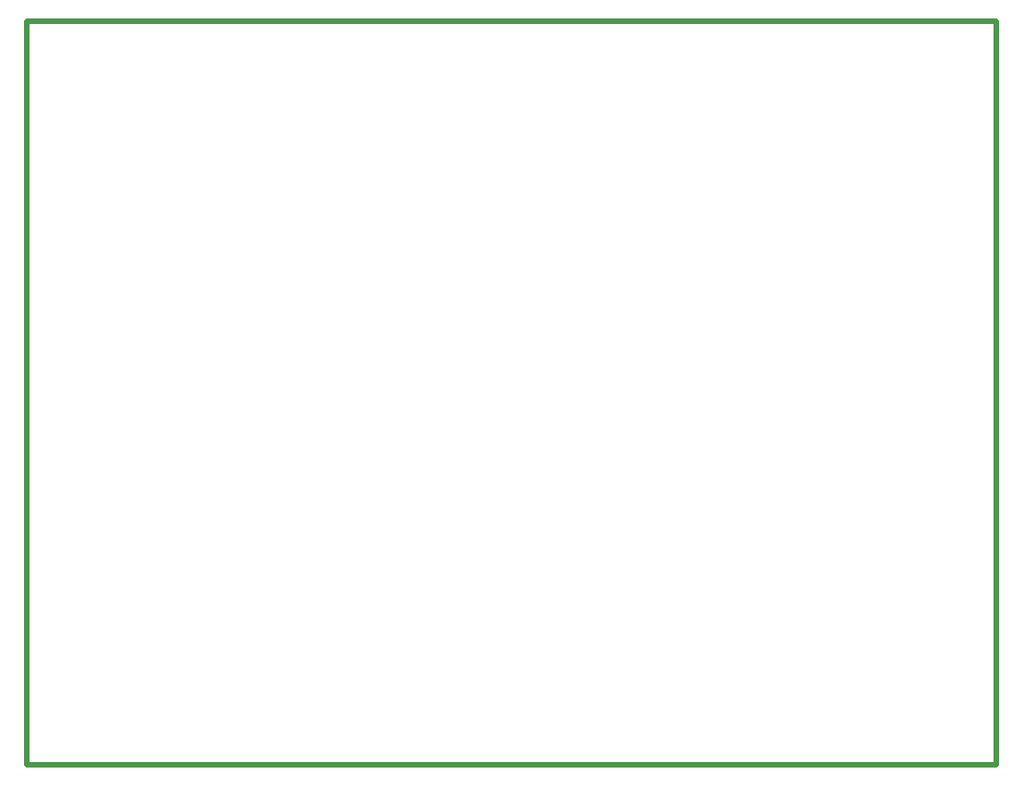
<source format=gko>
G04*
G04 #@! TF.GenerationSoftware,Altium Limited,Altium Designer,23.1.1 (15)*
G04*
G04 Layer_Color=16711935*
%FSLAX44Y44*%
%MOMM*%
G71*
G04*
G04 #@! TF.SameCoordinates,F8FEC074-9B5C-4FA2-A9AA-F0323AAD1731*
G04*
G04*
G04 #@! TF.FilePolarity,Positive*
G04*
G01*
G75*
%ADD48C,0.5080*%
D48*
X0Y0D02*
Y681990D01*
X889000D01*
Y0D02*
Y681990D01*
X0Y0D02*
X889000D01*
M02*

</source>
